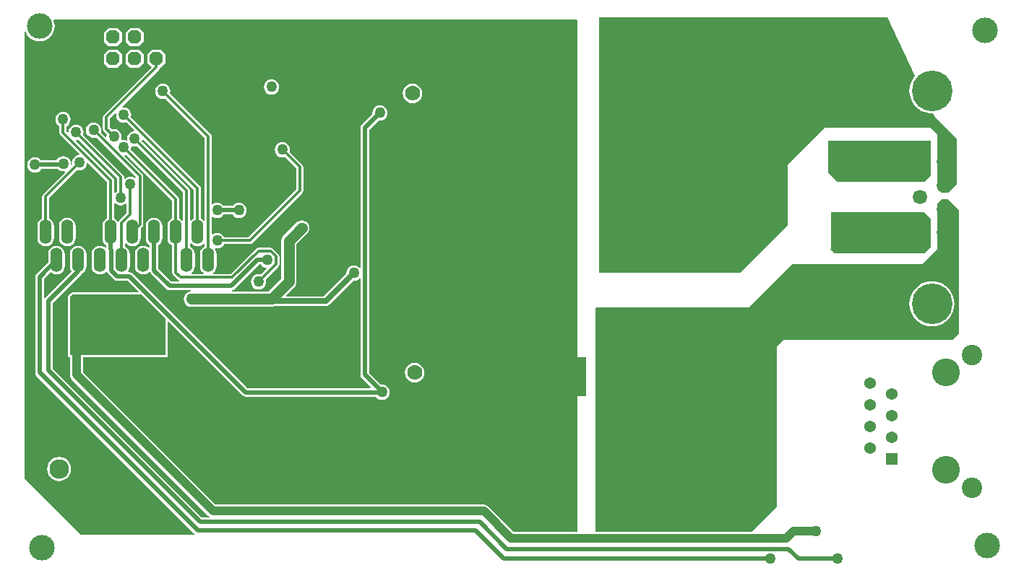
<source format=gbl>
%FSLAX44Y44*%
%MOMM*%
G71*
G01*
G75*
G04 Layer_Physical_Order=2*
G04 Layer_Color=16711680*
%ADD10R,4.8600X3.3600*%
%ADD11R,1.4000X1.3900*%
%ADD12R,1.4224X3.0226*%
%ADD13R,3.0226X1.4224*%
%ADD14R,0.7000X0.9000*%
%ADD15O,0.8000X1.4000*%
%ADD16R,0.8000X1.4000*%
%ADD17R,0.8000X0.9000*%
%ADD18R,2.6000X1.1000*%
%ADD19R,2.0000X3.5000*%
%ADD20R,2.1800X1.5200*%
%ADD21R,1.5500X3.3000*%
%ADD22R,1.5200X2.1800*%
%ADD23R,0.9000X0.7000*%
%ADD24R,0.9000X0.8000*%
%ADD25R,1.1430X0.7620*%
%ADD26R,2.2606X2.9972*%
%ADD27R,1.8800X1.1700*%
%ADD28R,1.1000X1.4000*%
%ADD29R,1.1000X1.7000*%
G04:AMPARAMS|DCode=30|XSize=0.9mm|YSize=0.7mm|CornerRadius=0mm|HoleSize=0mm|Usage=FLASHONLY|Rotation=225.000|XOffset=0mm|YOffset=0mm|HoleType=Round|Shape=Rectangle|*
%AMROTATEDRECTD30*
4,1,4,0.0707,0.5657,0.5657,0.0707,-0.0707,-0.5657,-0.5657,-0.0707,0.0707,0.5657,0.0*
%
%ADD30ROTATEDRECTD30*%

%ADD31R,1.8000X3.2000*%
%ADD32R,1.2000X1.2000*%
%ADD33R,4.0000X3.1000*%
G04:AMPARAMS|DCode=34|XSize=0.9mm|YSize=0.8mm|CornerRadius=0mm|HoleSize=0mm|Usage=FLASHONLY|Rotation=135.000|XOffset=0mm|YOffset=0mm|HoleType=Round|Shape=Rectangle|*
%AMROTATEDRECTD34*
4,1,4,0.6010,-0.0354,0.0354,-0.6010,-0.6010,0.0354,-0.0354,0.6010,0.6010,-0.0354,0.0*
%
%ADD34ROTATEDRECTD34*%

G04:AMPARAMS|DCode=35|XSize=0.9mm|YSize=0.8mm|CornerRadius=0mm|HoleSize=0mm|Usage=FLASHONLY|Rotation=45.000|XOffset=0mm|YOffset=0mm|HoleType=Round|Shape=Rectangle|*
%AMROTATEDRECTD35*
4,1,4,-0.0354,-0.6010,-0.6010,-0.0354,0.0354,0.6010,0.6010,0.0354,-0.0354,-0.6010,0.0*
%
%ADD35ROTATEDRECTD35*%

G04:AMPARAMS|DCode=36|XSize=0.9mm|YSize=0.7mm|CornerRadius=0mm|HoleSize=0mm|Usage=FLASHONLY|Rotation=315.000|XOffset=0mm|YOffset=0mm|HoleType=Round|Shape=Rectangle|*
%AMROTATEDRECTD36*
4,1,4,-0.5657,0.0707,-0.0707,0.5657,0.5657,-0.0707,0.0707,-0.5657,-0.5657,0.0707,0.0*
%
%ADD36ROTATEDRECTD36*%

%ADD37R,1.2192X1.2192*%
%ADD38R,1.4000X3.3000*%
%ADD39R,2.1000X1.8000*%
%ADD40O,1.0000X0.5500*%
%ADD41R,1.0000X0.5500*%
%ADD42O,0.5500X1.0000*%
%ADD43R,0.5500X1.0000*%
G04:AMPARAMS|DCode=44|XSize=1.55mm|YSize=1.3mm|CornerRadius=0.0975mm|HoleSize=0mm|Usage=FLASHONLY|Rotation=90.000|XOffset=0mm|YOffset=0mm|HoleType=Round|Shape=RoundedRectangle|*
%AMROUNDEDRECTD44*
21,1,1.5500,1.1050,0,0,90.0*
21,1,1.3550,1.3000,0,0,90.0*
1,1,0.1950,0.5525,0.6775*
1,1,0.1950,0.5525,-0.6775*
1,1,0.1950,-0.5525,-0.6775*
1,1,0.1950,-0.5525,0.6775*
%
%ADD44ROUNDEDRECTD44*%
G04:AMPARAMS|DCode=45|XSize=0.55mm|YSize=1.65mm|CornerRadius=0mm|HoleSize=0mm|Usage=FLASHONLY|Rotation=135.000|XOffset=0mm|YOffset=0mm|HoleType=Round|Shape=Round|*
%AMOVALD45*
21,1,1.1000,0.5500,0.0000,0.0000,225.0*
1,1,0.5500,0.3889,0.3889*
1,1,0.5500,-0.3889,-0.3889*
%
%ADD45OVALD45*%

G04:AMPARAMS|DCode=46|XSize=0.55mm|YSize=1.65mm|CornerRadius=0mm|HoleSize=0mm|Usage=FLASHONLY|Rotation=225.000|XOffset=0mm|YOffset=0mm|HoleType=Round|Shape=Round|*
%AMOVALD46*
21,1,1.1000,0.5500,0.0000,0.0000,315.0*
1,1,0.5500,-0.3889,0.3889*
1,1,0.5500,0.3889,-0.3889*
%
%ADD46OVALD46*%

%ADD47R,1.2192X1.2192*%
%ADD48R,0.7112X2.0066*%
%ADD49R,1.2192X2.2352*%
%ADD50R,3.6068X2.2098*%
%ADD51C,0.5000*%
%ADD52C,1.0000*%
%ADD53C,0.7500*%
%ADD54C,1.2700*%
%ADD55C,0.3000*%
%ADD56C,0.6350*%
%ADD57C,0.5080*%
%ADD58C,0.2540*%
%ADD59C,0.7000*%
%ADD60R,1.3716X1.3716*%
%ADD61C,1.3716*%
%ADD62C,2.4003*%
%ADD63C,3.2512*%
%ADD64C,3.0000*%
%ADD65O,1.4224X2.8448*%
%ADD66C,1.7780*%
%ADD67C,2.3000*%
%ADD68C,1.6900*%
%ADD69R,1.6900X1.6900*%
%ADD70C,4.7600*%
G04:AMPARAMS|DCode=71|XSize=1.5748mm|YSize=1.5748mm|CornerRadius=0mm|HoleSize=0mm|Usage=FLASHONLY|Rotation=0.000|XOffset=0mm|YOffset=0mm|HoleType=Round|Shape=Octagon|*
%AMOCTAGOND71*
4,1,8,0.7874,-0.3937,0.7874,0.3937,0.3937,0.7874,-0.3937,0.7874,-0.7874,0.3937,-0.7874,-0.3937,-0.3937,-0.7874,0.3937,-0.7874,0.7874,-0.3937,0.0*
%
%ADD71OCTAGOND71*%

%ADD72C,1.2700*%
%ADD73C,0.8000*%
G36*
X350350Y588278D02*
X352660Y587974D01*
X354970Y588278D01*
X355355Y588437D01*
X409542Y534251D01*
Y501432D01*
X408272Y501001D01*
X407775Y501647D01*
X405768Y503188D01*
X404998Y503507D01*
Y525780D01*
X404998Y525780D01*
X404688Y527341D01*
X404395Y527780D01*
X403804Y528664D01*
X403804Y528664D01*
X348423Y584045D01*
X348582Y584430D01*
X348886Y586740D01*
X348754Y587748D01*
X349761Y588522D01*
X350350Y588278D01*
D02*
G37*
G36*
X331883Y519935D02*
X334036Y519043D01*
X336346Y518739D01*
X338657Y519043D01*
X340810Y519935D01*
X342232Y521026D01*
X343502Y520467D01*
Y509689D01*
X334536Y500724D01*
X334198Y500217D01*
X334155Y500195D01*
X332671Y500219D01*
X331575Y501647D01*
X329567Y503188D01*
X328798Y503507D01*
Y520989D01*
X329601Y521261D01*
X330068Y521327D01*
X331883Y519935D01*
D02*
G37*
G36*
X1021793Y739140D02*
X1021793Y739140D01*
X1090248Y739140D01*
X1234440Y739140D01*
X1267132Y670784D01*
X1265417Y668776D01*
X1263254Y665247D01*
X1261670Y661422D01*
X1260704Y657397D01*
X1260379Y653270D01*
X1260704Y649143D01*
X1261670Y645118D01*
X1263254Y641293D01*
X1265417Y637763D01*
X1268106Y634616D01*
X1271254Y631927D01*
X1274783Y629764D01*
X1278608Y628180D01*
X1282633Y627214D01*
X1286760Y626889D01*
X1288076Y626992D01*
X1290320Y622300D01*
X1315720Y596900D01*
Y574040D01*
Y543560D01*
X1305560Y533400D01*
X1297940D01*
X1292860Y538480D01*
Y601980D01*
X1285240Y609600D01*
X1160780D01*
X1117600Y566420D01*
Y495300D01*
X1092200Y469900D01*
X1061720Y439420D01*
X1026160D01*
Y439420D01*
X897518Y439420D01*
X896620Y440318D01*
X896620Y739140D01*
X1021793Y739140D01*
D02*
G37*
G36*
X422242Y536791D02*
Y503507D01*
X421473Y503188D01*
X419465Y501647D01*
X418968Y501001D01*
X417698Y501432D01*
Y535940D01*
X417698Y535940D01*
X417388Y537501D01*
X417095Y537940D01*
X416504Y538824D01*
X416504Y538824D01*
X361123Y594205D01*
X361282Y594590D01*
X361441Y595795D01*
X362782Y596250D01*
X422242Y536791D01*
D02*
G37*
G36*
X1285240Y502920D02*
Y469900D01*
X1277620Y462280D01*
X1172680D01*
X1167600Y467360D01*
X1168400Y468160D01*
Y510540D01*
X1277620D01*
X1285240Y502920D01*
D02*
G37*
G36*
X1313180Y518160D02*
X1318260Y513080D01*
Y368300D01*
X1310640Y360680D01*
X1112520D01*
X1104900Y353060D01*
Y165100D01*
X1075755Y135955D01*
X892810D01*
X892810Y397882D01*
X893708Y398780D01*
X1035422Y398780D01*
X1035872Y398330D01*
X1036321Y398780D01*
X1071880Y398780D01*
X1122680Y449580D01*
X1275080D01*
X1290320Y464820D01*
X1292860Y467360D01*
Y520700D01*
X1297940Y525780D01*
X1305560D01*
X1313180Y518160D01*
D02*
G37*
G36*
X388620Y386490D02*
Y342900D01*
X276860D01*
Y411480D01*
X279400Y414020D01*
X361090D01*
X388620Y386490D01*
D02*
G37*
G36*
X419465Y473713D02*
X421473Y472172D01*
X423811Y471203D01*
X426320Y470873D01*
X428829Y471203D01*
X431167Y472172D01*
X433175Y473713D01*
X433672Y474359D01*
X434942Y473928D01*
Y470487D01*
X434173Y470168D01*
X432165Y468627D01*
X430624Y466619D01*
X429655Y464281D01*
X429325Y461772D01*
Y447548D01*
X429655Y445039D01*
X430624Y442701D01*
X432165Y440693D01*
X433474Y439688D01*
X433042Y438418D01*
X419598D01*
X419166Y439688D01*
X420475Y440693D01*
X422016Y442701D01*
X422985Y445039D01*
X423315Y447548D01*
Y461772D01*
X422985Y464281D01*
X422016Y466619D01*
X420475Y468627D01*
X418467Y470168D01*
X417698Y470487D01*
Y473928D01*
X418968Y474359D01*
X419465Y473713D01*
D02*
G37*
G36*
X396842Y524091D02*
Y503507D01*
X396073Y503188D01*
X394065Y501647D01*
X392524Y499640D01*
X391555Y497301D01*
X391225Y494792D01*
Y480568D01*
X391555Y478059D01*
X392524Y475720D01*
X394065Y473713D01*
X396073Y472172D01*
X396842Y471853D01*
Y439820D01*
X396842Y439820D01*
X397101Y438518D01*
X397152Y438259D01*
X398036Y436936D01*
X403516Y431456D01*
X403516Y431456D01*
X404839Y430572D01*
X404961Y430548D01*
X404836Y429278D01*
X395812D01*
X380618Y444472D01*
Y472364D01*
X382375Y473713D01*
X383916Y475720D01*
X384885Y478059D01*
X385215Y480568D01*
Y494792D01*
X384885Y497301D01*
X383916Y499640D01*
X382375Y501647D01*
X380368Y503188D01*
X378029Y504157D01*
X375520Y504487D01*
X373011Y504157D01*
X370672Y503188D01*
X368665Y501647D01*
X367124Y499640D01*
X366155Y497301D01*
X365825Y494792D01*
Y480568D01*
X366155Y478059D01*
X367124Y475720D01*
X368665Y473713D01*
X370422Y472364D01*
Y469655D01*
X369152Y469029D01*
X367668Y470168D01*
X365329Y471137D01*
X362820Y471467D01*
X360311Y471137D01*
X357972Y470168D01*
X355965Y468627D01*
X354424Y466619D01*
X353455Y464281D01*
X353125Y461772D01*
Y447548D01*
X353455Y445039D01*
X354424Y442701D01*
X355965Y440693D01*
X357972Y439152D01*
X360311Y438183D01*
X362820Y437853D01*
X365329Y438183D01*
X367668Y439152D01*
X369487Y440549D01*
X370306Y440462D01*
X370926Y440236D01*
X371915Y438755D01*
X390095Y420575D01*
X391749Y419470D01*
X393700Y419082D01*
X418604D01*
X418687Y417812D01*
X416790Y417562D01*
X414637Y416670D01*
X412788Y415252D01*
X411370Y413403D01*
X410478Y411250D01*
X410174Y408940D01*
X410478Y406630D01*
X411370Y404477D01*
X412788Y402628D01*
X414637Y401209D01*
X416790Y400318D01*
X419100Y400014D01*
X513080D01*
X515390Y400318D01*
X516105Y400614D01*
X576580D01*
X578794Y401054D01*
X580671Y402309D01*
X608943Y430580D01*
X609600Y430494D01*
X611910Y430798D01*
X614063Y431689D01*
X615912Y433108D01*
X615999Y433222D01*
X617202Y432814D01*
Y320040D01*
X617590Y318089D01*
X618695Y316435D01*
X629299Y305831D01*
X628813Y304658D01*
X484872D01*
X350489Y439041D01*
X348835Y440146D01*
X346884Y440534D01*
X345754D01*
X345128Y441804D01*
X345816Y442701D01*
X346785Y445039D01*
X347115Y447548D01*
Y461772D01*
X346785Y464281D01*
X345816Y466619D01*
X344275Y468627D01*
X342267Y470168D01*
X341498Y470487D01*
Y473928D01*
X342768Y474359D01*
X343265Y473713D01*
X345272Y472172D01*
X347611Y471203D01*
X350120Y470873D01*
X352629Y471203D01*
X354967Y472172D01*
X356975Y473713D01*
X358516Y475720D01*
X359485Y478059D01*
X359815Y480568D01*
Y491607D01*
X361792Y493584D01*
X361792Y493584D01*
X362676Y494907D01*
X362727Y495166D01*
X362986Y496468D01*
X362986Y496468D01*
Y552898D01*
X362986Y552898D01*
X362727Y554200D01*
X362676Y554459D01*
X361792Y555782D01*
X361792Y555782D01*
X340915Y576658D01*
X341370Y577999D01*
X342270Y578118D01*
X342655Y578277D01*
X396842Y524091D01*
D02*
G37*
G36*
X332268Y550564D02*
Y535555D01*
X331883Y535396D01*
X330068Y534003D01*
X329601Y534069D01*
X328798Y534342D01*
Y548054D01*
X328798Y548054D01*
X328539Y549356D01*
X328488Y549614D01*
X327604Y550938D01*
X327604Y550938D01*
X284193Y594349D01*
X284667Y595671D01*
X286390Y595898D01*
X286775Y596057D01*
X332268Y550564D01*
D02*
G37*
G36*
X871220Y735703D02*
X871220Y340360D01*
X881380D01*
Y294640D01*
X871220D01*
X871220Y135955D01*
X796763D01*
X767349Y165369D01*
X765782Y166571D01*
X763958Y167327D01*
X762000Y167585D01*
X447633D01*
X292045Y323173D01*
Y340351D01*
X388620D01*
X389595Y340545D01*
X390422Y341098D01*
X390975Y341925D01*
X391169Y342900D01*
Y382282D01*
X392342Y382768D01*
X479155Y295955D01*
X480809Y294850D01*
X481133Y294786D01*
X482760Y294462D01*
X635499D01*
X636308Y293408D01*
X638157Y291989D01*
X640310Y291098D01*
X642620Y290794D01*
X644930Y291098D01*
X647083Y291989D01*
X648932Y293408D01*
X650350Y295257D01*
X651242Y297410D01*
X651546Y299720D01*
X651242Y302030D01*
X650350Y304183D01*
X648932Y306032D01*
X647083Y307451D01*
X644930Y308342D01*
X642620Y308646D01*
X641103Y308447D01*
X627398Y322152D01*
Y607488D01*
X638563Y618653D01*
X640080Y618454D01*
X642390Y618758D01*
X644543Y619650D01*
X646392Y621068D01*
X647811Y622917D01*
X648702Y625070D01*
X649006Y627380D01*
X648702Y629690D01*
X647811Y631843D01*
X646392Y633692D01*
X644543Y635111D01*
X642390Y636002D01*
X640080Y636306D01*
X637770Y636002D01*
X635617Y635111D01*
X633768Y633692D01*
X632350Y631843D01*
X631458Y629690D01*
X631154Y627380D01*
X631353Y625863D01*
X618695Y613205D01*
X617590Y611551D01*
X617202Y609600D01*
Y446026D01*
X615999Y445618D01*
X615912Y445732D01*
X614063Y447150D01*
X611910Y448042D01*
X609600Y448346D01*
X607290Y448042D01*
X605137Y447150D01*
X603288Y445732D01*
X601870Y443883D01*
X600978Y441730D01*
X600674Y439420D01*
X600760Y438763D01*
X574183Y412186D01*
X530609D01*
X530123Y413359D01*
X539712Y422948D01*
X541130Y424797D01*
X542022Y426950D01*
X542326Y429260D01*
Y473534D01*
X554952Y486159D01*
X556371Y488008D01*
X557262Y490161D01*
X557566Y492471D01*
X557262Y494781D01*
X556371Y496934D01*
X554952Y498783D01*
X553103Y500201D01*
X550950Y501093D01*
X548640Y501397D01*
X546330Y501093D01*
X544177Y500201D01*
X542328Y498783D01*
X539835Y496290D01*
X539515Y496076D01*
X539300Y495755D01*
X527088Y483543D01*
X525670Y481694D01*
X524778Y479541D01*
X524474Y477231D01*
Y432957D01*
X509383Y417866D01*
X466489D01*
X466364Y419136D01*
X468041Y419470D01*
X469695Y420575D01*
X498682Y449562D01*
X500757D01*
X501688Y448348D01*
X503537Y446930D01*
X505690Y446038D01*
X506895Y445879D01*
X507351Y444538D01*
X500535Y437723D01*
X500150Y437882D01*
X497840Y438186D01*
X495530Y437882D01*
X493377Y436991D01*
X491528Y435572D01*
X490109Y433723D01*
X489218Y431570D01*
X488914Y429260D01*
X489218Y426950D01*
X490109Y424797D01*
X491528Y422948D01*
X493377Y421530D01*
X495530Y420638D01*
X497840Y420334D01*
X500150Y420638D01*
X502303Y421530D01*
X504152Y422948D01*
X505570Y424797D01*
X506462Y426950D01*
X506766Y429260D01*
X506462Y431570D01*
X506303Y431955D01*
X521234Y446886D01*
X521234Y446886D01*
X522118Y448209D01*
X522428Y449770D01*
Y458947D01*
X522428Y458947D01*
X522118Y460508D01*
X521825Y460947D01*
X521234Y461831D01*
X521234Y461831D01*
X515171Y467894D01*
X513848Y468778D01*
X513589Y468829D01*
X512287Y469088D01*
X512287Y469088D01*
X497728D01*
X497728Y469088D01*
X496167Y468778D01*
X495728Y468485D01*
X494844Y467894D01*
X494844Y467894D01*
X465369Y438418D01*
X444998D01*
X444566Y439688D01*
X445875Y440693D01*
X447416Y442701D01*
X448385Y445039D01*
X448715Y447548D01*
Y461772D01*
X448385Y464281D01*
X447416Y466619D01*
X446468Y467855D01*
X447268Y468898D01*
X447270Y468898D01*
X449580Y468594D01*
X451890Y468898D01*
X454043Y469790D01*
X455892Y471208D01*
X457310Y473057D01*
X457470Y473442D01*
X487680D01*
X487680Y473442D01*
X488982Y473701D01*
X489241Y473752D01*
X490564Y474636D01*
X548984Y533056D01*
X548984Y533056D01*
X549868Y534379D01*
X550178Y535940D01*
Y563880D01*
X550178Y563880D01*
X549919Y565182D01*
X549868Y565441D01*
X548984Y566764D01*
X548984Y566764D01*
X534243Y581505D01*
X534402Y581890D01*
X534706Y584200D01*
X534402Y586510D01*
X533511Y588663D01*
X532092Y590512D01*
X530243Y591931D01*
X528090Y592822D01*
X525780Y593126D01*
X523470Y592822D01*
X521317Y591931D01*
X519468Y590512D01*
X518050Y588663D01*
X517158Y586510D01*
X516854Y584200D01*
X517158Y581890D01*
X518050Y579737D01*
X519468Y577888D01*
X521317Y576469D01*
X523470Y575578D01*
X525780Y575274D01*
X528090Y575578D01*
X528475Y575737D01*
X542022Y562191D01*
Y537629D01*
X485991Y481598D01*
X457470D01*
X457310Y481983D01*
X455892Y483832D01*
X454043Y485251D01*
X451890Y486142D01*
X449580Y486446D01*
X447270Y486142D01*
X445117Y485251D01*
X444368Y484676D01*
X443098Y485303D01*
Y505302D01*
X444237Y505863D01*
X444907Y505350D01*
X447060Y504458D01*
X449370Y504154D01*
X451680Y504458D01*
X453833Y505350D01*
X455682Y506768D01*
X456613Y507982D01*
X467737D01*
X468668Y506768D01*
X470517Y505350D01*
X472670Y504458D01*
X474980Y504154D01*
X477290Y504458D01*
X479443Y505350D01*
X481292Y506768D01*
X482710Y508617D01*
X483602Y510770D01*
X483906Y513080D01*
X483602Y515390D01*
X482710Y517543D01*
X481292Y519392D01*
X479443Y520811D01*
X477290Y521702D01*
X474980Y522006D01*
X472670Y521702D01*
X470517Y520811D01*
X468668Y519392D01*
X467737Y518178D01*
X456613D01*
X455682Y519392D01*
X453833Y520811D01*
X451680Y521702D01*
X449370Y522006D01*
X447060Y521702D01*
X444907Y520811D01*
X444237Y520297D01*
X443098Y520858D01*
Y599440D01*
X442788Y601001D01*
X441904Y602324D01*
X441904Y602324D01*
X394143Y650085D01*
X394302Y650470D01*
X394606Y652780D01*
X394302Y655090D01*
X393410Y657243D01*
X391992Y659092D01*
X390143Y660510D01*
X387990Y661402D01*
X385680Y661706D01*
X383370Y661402D01*
X381217Y660510D01*
X379368Y659092D01*
X377949Y657243D01*
X377058Y655090D01*
X376754Y652780D01*
X377058Y650470D01*
X377949Y648317D01*
X379368Y646468D01*
X381217Y645050D01*
X383370Y644158D01*
X385680Y643854D01*
X387990Y644158D01*
X388375Y644317D01*
X434942Y597751D01*
Y501432D01*
X433672Y501001D01*
X433175Y501647D01*
X431167Y503188D01*
X430398Y503507D01*
Y538480D01*
X430088Y540041D01*
X429204Y541364D01*
X348423Y622145D01*
X348582Y622530D01*
X348886Y624840D01*
X348582Y627150D01*
X347691Y629303D01*
X346272Y631152D01*
X344423Y632570D01*
X342270Y633462D01*
X339960Y633766D01*
X338475Y633571D01*
X337881Y634774D01*
X380944Y677836D01*
X380944Y677836D01*
X381828Y679159D01*
X382096Y680506D01*
X383247D01*
X388434Y685693D01*
Y696067D01*
X383247Y701254D01*
X372873D01*
X367686Y696067D01*
Y685693D01*
X372476Y680903D01*
X316756Y625184D01*
X315872Y623861D01*
X315821Y623602D01*
X315562Y622300D01*
X315562Y622300D01*
Y608330D01*
X315562Y608330D01*
X315821Y607028D01*
X315872Y606769D01*
X316756Y605446D01*
X320067Y602135D01*
X319908Y601750D01*
X319642Y599728D01*
X318482Y599091D01*
X313141Y604432D01*
X313301Y604817D01*
X313605Y607127D01*
X313301Y609438D01*
X312409Y611590D01*
X310991Y613439D01*
X309142Y614858D01*
X306989Y615750D01*
X304679Y616054D01*
X302368Y615750D01*
X300215Y614858D01*
X298367Y613439D01*
X296948Y611590D01*
X296056Y609438D01*
X295752Y607127D01*
X296056Y604817D01*
X296948Y602664D01*
X298367Y600815D01*
X300215Y599397D01*
X302368Y598505D01*
X304679Y598201D01*
X306989Y598505D01*
X307374Y598665D01*
X354290Y551749D01*
X354187Y551246D01*
X352784Y550722D01*
X352043Y551291D01*
X349890Y552182D01*
X347580Y552486D01*
X345270Y552182D01*
X343117Y551291D01*
X341695Y550199D01*
X340425Y550758D01*
Y552254D01*
X340114Y553814D01*
X339230Y555137D01*
X339230Y555138D01*
X292543Y601825D01*
X292702Y602210D01*
X293006Y604520D01*
X292702Y606830D01*
X291810Y608983D01*
X290392Y610832D01*
X288543Y612251D01*
X286390Y613142D01*
X284080Y613446D01*
X281770Y613142D01*
X279617Y612251D01*
X277768Y610832D01*
X276350Y608983D01*
X275458Y606830D01*
X275231Y605107D01*
X273909Y604633D01*
X272918Y605623D01*
Y611870D01*
X273303Y612029D01*
X275152Y613448D01*
X276570Y615297D01*
X277462Y617450D01*
X277766Y619760D01*
X277462Y622070D01*
X276570Y624223D01*
X275152Y626072D01*
X273303Y627491D01*
X271150Y628382D01*
X268840Y628686D01*
X266530Y628382D01*
X264377Y627491D01*
X262528Y626072D01*
X261110Y624223D01*
X260218Y622070D01*
X259914Y619760D01*
X260218Y617450D01*
X261110Y615297D01*
X262528Y613448D01*
X264377Y612029D01*
X264762Y611870D01*
Y603934D01*
X264762Y603934D01*
X265021Y602632D01*
X265072Y602373D01*
X265956Y601050D01*
X287839Y579167D01*
X287384Y577826D01*
X285783Y577616D01*
X283630Y576724D01*
X281782Y575305D01*
X280363Y573456D01*
X279471Y571304D01*
X279167Y568993D01*
X279455Y566805D01*
X279172Y566459D01*
X279062Y566377D01*
X277873Y567073D01*
X277956Y567710D01*
X277652Y570020D01*
X276760Y572173D01*
X275342Y574021D01*
X273493Y575440D01*
X271340Y576332D01*
X269030Y576636D01*
X266720Y576332D01*
X264567Y575440D01*
X262718Y574021D01*
X261299Y572173D01*
X261028Y571518D01*
X243063D01*
X242132Y572732D01*
X240283Y574151D01*
X238130Y575042D01*
X235820Y575346D01*
X233510Y575042D01*
X231357Y574151D01*
X229508Y572732D01*
X228090Y570883D01*
X227198Y568730D01*
X226894Y566420D01*
X227198Y564110D01*
X228090Y561957D01*
X229508Y560108D01*
X231357Y558689D01*
X233510Y557798D01*
X235820Y557494D01*
X238130Y557798D01*
X240283Y558689D01*
X242132Y560108D01*
X243063Y561322D01*
X262817D01*
X264567Y559979D01*
X266720Y559087D01*
X269030Y558783D01*
X270515Y558979D01*
X271109Y557776D01*
X245636Y532304D01*
X244752Y530980D01*
X244701Y530721D01*
X244442Y529420D01*
X244442Y529420D01*
Y503507D01*
X243673Y503188D01*
X241665Y501647D01*
X240124Y499640D01*
X239155Y497301D01*
X238825Y494792D01*
Y480568D01*
X239155Y478059D01*
X240124Y475720D01*
X241665Y473713D01*
X243673Y472172D01*
X246011Y471203D01*
X248520Y470873D01*
X251029Y471203D01*
X253368Y472172D01*
X255375Y473713D01*
X256916Y475720D01*
X257885Y478059D01*
X258215Y480568D01*
Y494792D01*
X257885Y497301D01*
X256916Y499640D01*
X255375Y501647D01*
X253368Y503188D01*
X252598Y503507D01*
Y527730D01*
X285399Y560531D01*
X285783Y560371D01*
X288094Y560067D01*
X290404Y560371D01*
X292557Y561263D01*
X294405Y562681D01*
X295824Y564530D01*
X296716Y566683D01*
X296927Y568284D01*
X298267Y568739D01*
X320642Y546364D01*
Y503507D01*
X319872Y503188D01*
X317865Y501647D01*
X316324Y499640D01*
X315355Y497301D01*
X315025Y494792D01*
Y480568D01*
X315355Y478059D01*
X316324Y475720D01*
X317865Y473713D01*
X319622Y472364D01*
Y469655D01*
X318352Y469029D01*
X316868Y470168D01*
X314529Y471137D01*
X312020Y471467D01*
X309511Y471137D01*
X307173Y470168D01*
X305165Y468627D01*
X303624Y466619D01*
X302655Y464281D01*
X302325Y461772D01*
Y447548D01*
X302655Y445039D01*
X303624Y442701D01*
X305165Y440693D01*
X307173Y439152D01*
X309511Y438183D01*
X312020Y437853D01*
X314529Y438183D01*
X316868Y439152D01*
X318875Y440693D01*
X319289Y441232D01*
X320526Y440943D01*
X320598Y440580D01*
X321703Y438926D01*
X328798Y431831D01*
X330452Y430726D01*
X332403Y430338D01*
X344772D01*
X357368Y417742D01*
X356882Y416569D01*
X279400D01*
X278425Y416375D01*
X278150Y416192D01*
X277598Y415822D01*
X275058Y413282D01*
X274505Y412455D01*
X274311Y411480D01*
Y342900D01*
X274505Y341925D01*
X275058Y341098D01*
X275885Y340545D01*
X276860Y340351D01*
X276915D01*
Y320040D01*
X277173Y318082D01*
X277929Y316258D01*
X279131Y314691D01*
X439151Y154671D01*
X439151Y154671D01*
X440432Y153688D01*
X440106Y152418D01*
X431372D01*
X256558Y327232D01*
Y404288D01*
X290225Y437955D01*
X290855Y438898D01*
X291467Y439152D01*
X293475Y440693D01*
X295016Y442701D01*
X295985Y445039D01*
X296315Y447548D01*
Y461772D01*
X295985Y464281D01*
X295016Y466619D01*
X293475Y468627D01*
X291467Y470168D01*
X289129Y471137D01*
X286620Y471467D01*
X284111Y471137D01*
X281772Y470168D01*
X279765Y468627D01*
X278224Y466619D01*
X277255Y464281D01*
X276925Y461772D01*
Y447548D01*
X277255Y445039D01*
X278224Y442701D01*
X279234Y441384D01*
X247855Y410005D01*
X247668Y409725D01*
X246398Y410110D01*
Y432628D01*
X254420Y440650D01*
X256373Y439152D01*
X258711Y438183D01*
X261220Y437853D01*
X263729Y438183D01*
X266068Y439152D01*
X268075Y440693D01*
X269616Y442701D01*
X270585Y445039D01*
X270915Y447548D01*
Y461772D01*
X270585Y464281D01*
X269616Y466619D01*
X268075Y468627D01*
X266068Y470168D01*
X263729Y471137D01*
X261220Y471467D01*
X258711Y471137D01*
X256373Y470168D01*
X254365Y468627D01*
X252824Y466619D01*
X251855Y464281D01*
X251525Y461772D01*
Y452175D01*
X237695Y438345D01*
X236590Y436691D01*
X236202Y434740D01*
Y322580D01*
X236590Y320629D01*
X237695Y318975D01*
X423115Y133555D01*
X423422Y133350D01*
X423037Y132080D01*
X289560D01*
X223520Y198120D01*
X223520Y722933D01*
X224790Y723121D01*
X225054Y722251D01*
X226679Y719211D01*
X228866Y716546D01*
X231530Y714359D01*
X234571Y712734D01*
X237869Y711733D01*
X241300Y711395D01*
X244731Y711733D01*
X248029Y712734D01*
X251070Y714359D01*
X253734Y716546D01*
X255921Y719211D01*
X257546Y722251D01*
X258547Y725549D01*
X258885Y728980D01*
X258547Y732411D01*
X257661Y735330D01*
X258333Y736600D01*
X870322Y736601D01*
X871220Y735703D01*
D02*
G37*
G36*
X331229Y626325D02*
X331034Y624840D01*
X331338Y622530D01*
X332229Y620377D01*
X333648Y618528D01*
X335497Y617109D01*
X337650Y616218D01*
X339960Y615914D01*
X342270Y616218D01*
X342655Y616377D01*
X352010Y607022D01*
X351555Y605681D01*
X350350Y605522D01*
X348197Y604631D01*
X346348Y603212D01*
X344930Y601363D01*
X344038Y599210D01*
X343734Y596900D01*
X343866Y595892D01*
X342859Y595118D01*
X342270Y595362D01*
X339960Y595666D01*
X337803Y595382D01*
X337368Y595731D01*
X336853Y596407D01*
X337152Y597130D01*
X337456Y599440D01*
X337152Y601750D01*
X336260Y603903D01*
X334842Y605752D01*
X332993Y607170D01*
X330840Y608062D01*
X328530Y608366D01*
X326220Y608062D01*
X325835Y607903D01*
X323718Y610019D01*
Y620611D01*
X330026Y626919D01*
X331229Y626325D01*
D02*
G37*
G36*
X1285240Y553720D02*
X1277620Y546100D01*
X1176020D01*
X1173480Y548640D01*
X1165060Y557060D01*
Y594360D01*
X1285240D01*
Y553720D01*
D02*
G37*
%LPC*%
G36*
X1286760Y429751D02*
X1282633Y429426D01*
X1278608Y428460D01*
X1274783Y426876D01*
X1271254Y424713D01*
X1268106Y422024D01*
X1265417Y418877D01*
X1263254Y415347D01*
X1261670Y411522D01*
X1260704Y407497D01*
X1260379Y403370D01*
X1260704Y399243D01*
X1261670Y395218D01*
X1263254Y391393D01*
X1265417Y387864D01*
X1268106Y384716D01*
X1271254Y382027D01*
X1274783Y379864D01*
X1278608Y378280D01*
X1282633Y377313D01*
X1286760Y376989D01*
X1290887Y377313D01*
X1294912Y378280D01*
X1298737Y379864D01*
X1302267Y382027D01*
X1305414Y384716D01*
X1308103Y387864D01*
X1310266Y391393D01*
X1311850Y395218D01*
X1312817Y399243D01*
X1313141Y403370D01*
X1312817Y407497D01*
X1311850Y411522D01*
X1310266Y415347D01*
X1308103Y418877D01*
X1305414Y422024D01*
X1302267Y424713D01*
X1298737Y426876D01*
X1294912Y428460D01*
X1290887Y429426D01*
X1286760Y429751D01*
D02*
G37*
G36*
X357847Y726654D02*
X347473D01*
X342286Y721467D01*
Y711093D01*
X347473Y705906D01*
X357847D01*
X363034Y711093D01*
Y721467D01*
X357847Y726654D01*
D02*
G37*
G36*
X264160Y223671D02*
X260505Y223190D01*
X257100Y221779D01*
X254175Y219535D01*
X251931Y216610D01*
X250520Y213205D01*
X250039Y209550D01*
X250520Y205895D01*
X251931Y202490D01*
X254175Y199565D01*
X257100Y197321D01*
X260505Y195910D01*
X264160Y195429D01*
X267815Y195910D01*
X271220Y197321D01*
X274145Y199565D01*
X276389Y202490D01*
X277800Y205895D01*
X278281Y209550D01*
X277800Y213205D01*
X276389Y216610D01*
X274145Y219535D01*
X271220Y221779D01*
X267815Y223190D01*
X264160Y223671D01*
D02*
G37*
G36*
X680720Y334068D02*
X677747Y333677D01*
X674976Y332529D01*
X672597Y330703D01*
X670771Y328324D01*
X669623Y325553D01*
X669232Y322580D01*
X669623Y319607D01*
X670771Y316836D01*
X672597Y314457D01*
X674976Y312631D01*
X677747Y311483D01*
X680720Y311092D01*
X683693Y311483D01*
X686464Y312631D01*
X688843Y314457D01*
X690669Y316836D01*
X691817Y319607D01*
X692208Y322580D01*
X691817Y325553D01*
X690669Y328324D01*
X688843Y330703D01*
X686464Y332529D01*
X683693Y333677D01*
X680720Y334068D01*
D02*
G37*
G36*
X332447Y726654D02*
X322073D01*
X316886Y721467D01*
Y711093D01*
X322073Y705906D01*
X332447D01*
X337634Y711093D01*
Y721467D01*
X332447Y726654D01*
D02*
G37*
G36*
X513080Y666786D02*
X510770Y666482D01*
X508617Y665591D01*
X506768Y664172D01*
X505350Y662323D01*
X504458Y660170D01*
X504154Y657860D01*
X504458Y655550D01*
X505350Y653397D01*
X506768Y651548D01*
X508617Y650129D01*
X510770Y649238D01*
X513080Y648934D01*
X515390Y649238D01*
X517543Y650129D01*
X519392Y651548D01*
X520811Y653397D01*
X521702Y655550D01*
X522006Y657860D01*
X521702Y660170D01*
X520811Y662323D01*
X519392Y664172D01*
X517543Y665591D01*
X515390Y666482D01*
X513080Y666786D01*
D02*
G37*
G36*
X678180Y661728D02*
X675207Y661337D01*
X672436Y660189D01*
X670057Y658363D01*
X668231Y655984D01*
X667083Y653213D01*
X666692Y650240D01*
X667083Y647267D01*
X668231Y644496D01*
X670057Y642117D01*
X672436Y640291D01*
X675207Y639143D01*
X678180Y638752D01*
X681153Y639143D01*
X683924Y640291D01*
X686303Y642117D01*
X688129Y644496D01*
X689277Y647267D01*
X689668Y650240D01*
X689277Y653213D01*
X688129Y655984D01*
X686303Y658363D01*
X683924Y660189D01*
X681153Y661337D01*
X678180Y661728D01*
D02*
G37*
G36*
X273920Y504487D02*
X271411Y504157D01*
X269072Y503188D01*
X267065Y501647D01*
X265524Y499640D01*
X264555Y497301D01*
X264225Y494792D01*
Y480568D01*
X264555Y478059D01*
X265524Y475720D01*
X267065Y473713D01*
X269072Y472172D01*
X271411Y471203D01*
X273920Y470873D01*
X276429Y471203D01*
X278768Y472172D01*
X280775Y473713D01*
X282316Y475720D01*
X283285Y478059D01*
X283615Y480568D01*
Y494792D01*
X283285Y497301D01*
X282316Y499640D01*
X280775Y501647D01*
X278768Y503188D01*
X276429Y504157D01*
X273920Y504487D01*
D02*
G37*
G36*
X357847Y701254D02*
X347473D01*
X342286Y696067D01*
Y685693D01*
X347473Y680506D01*
X357847D01*
X363034Y685693D01*
Y696067D01*
X357847Y701254D01*
D02*
G37*
G36*
X332447D02*
X322073D01*
X316886Y696067D01*
Y685693D01*
X322073Y680506D01*
X332447D01*
X337634Y685693D01*
Y696067D01*
X332447Y701254D01*
D02*
G37*
%LPD*%
D18*
X1242060Y443700D02*
D03*
Y470700D02*
D03*
X1211580Y443700D02*
D03*
Y470700D02*
D03*
X1181100Y443700D02*
D03*
Y470700D02*
D03*
X1178560Y588480D02*
D03*
Y615480D02*
D03*
X1209040Y588480D02*
D03*
Y615480D02*
D03*
X1239520Y588480D02*
D03*
Y615480D02*
D03*
D51*
X251460Y406400D02*
X286620Y441560D01*
X251460Y325120D02*
Y406400D01*
Y325120D02*
X429260Y147320D01*
X756920D01*
X788750Y115490D01*
X751840Y137160D02*
X784860Y104140D01*
X426720Y137160D02*
X751840D01*
X241300Y322580D02*
X426720Y137160D01*
X1118950Y115490D02*
X1130300Y104140D01*
X788750Y115490D02*
X1118950D01*
X1130300Y104140D02*
X1176020D01*
X784860D02*
X1097280D01*
X286620Y441560D02*
Y454660D01*
X241300Y434740D02*
X261220Y454660D01*
X241300Y322580D02*
Y434740D01*
X543119Y492471D02*
X548640D01*
X449370Y513080D02*
X474980D01*
X496571Y454660D02*
X508000D01*
X622300Y320040D02*
X642620Y299720D01*
X622300Y609600D02*
X640080Y627380D01*
X622300Y320040D02*
Y609600D01*
X267740Y566420D02*
X269030Y567710D01*
X235820Y566420D02*
X267740D01*
X375520Y442360D02*
Y487680D01*
Y442360D02*
X393700Y424180D01*
X324720Y467377D02*
X325308Y466789D01*
X324720Y467377D02*
Y487680D01*
X325308Y442531D02*
X332403Y435436D01*
X325308Y442531D02*
Y466789D01*
X332403Y435436D02*
X346884D01*
X482760Y299560D01*
X642780D01*
X393700Y424180D02*
X466091D01*
X496571Y454660D01*
D52*
X762000Y160020D02*
X793630Y128390D01*
X444500Y160020D02*
X762000D01*
X284480Y320040D02*
X444500Y160020D01*
X793630Y128390D02*
X1116450D01*
X1124330Y136270D02*
X1150620D01*
X1116450Y128390D02*
X1124330Y136270D01*
X284480Y320040D02*
Y370840D01*
D54*
X533400Y477231D02*
X548640Y492471D01*
X533400Y429260D02*
Y477231D01*
X419100Y408940D02*
X513080D01*
X533400Y429260D01*
D55*
X497840D02*
X518350Y449770D01*
Y458947D01*
X512287Y465010D02*
X518350Y458947D01*
X497728Y465010D02*
X512287D01*
X467058Y434340D02*
X497728Y465010D01*
X406400Y434340D02*
X467058D01*
X400920Y439820D02*
X406400Y434340D01*
X400920Y439820D02*
Y487680D01*
X546100Y535940D02*
Y563880D01*
X487680Y477520D02*
X546100Y535940D01*
X449580Y477520D02*
X487680D01*
X525780Y584200D02*
X546100Y563880D01*
X248520Y487680D02*
Y529420D01*
X288094Y568993D01*
X268840Y603934D02*
X324720Y548054D01*
X268840Y603934D02*
Y619760D01*
X284080Y604520D02*
X336346Y552254D01*
Y527665D02*
Y552254D01*
X339960Y586740D02*
X400920Y525780D01*
Y487680D02*
Y525780D01*
X378060Y680720D02*
Y690880D01*
X319640Y608330D02*
X328530Y599440D01*
X319640Y608330D02*
Y622300D01*
X378060Y680720D01*
X339960Y624840D02*
X426320Y538480D01*
Y487680D02*
Y538480D01*
X350120Y487680D02*
X358908Y496468D01*
Y552898D01*
X304679Y607127D02*
X358908Y552898D01*
X347580Y508000D02*
Y543560D01*
X385680Y652780D02*
X439020Y599440D01*
Y454660D02*
Y599440D01*
X413620Y454660D02*
Y535940D01*
X352660Y596900D02*
X413620Y535940D01*
X337420Y497840D02*
X347580Y508000D01*
X324720Y487680D02*
Y548054D01*
X337420Y454660D02*
Y497840D01*
D56*
X505460Y406400D02*
X576580D01*
X609600Y439420D01*
D60*
X1239520Y220980D02*
D03*
D61*
X1214120Y233680D02*
D03*
X1239520Y246380D02*
D03*
X1214120Y259080D02*
D03*
X1239520Y271780D02*
D03*
X1214120Y284480D02*
D03*
X1239520Y297180D02*
D03*
X1214120Y309880D02*
D03*
D62*
X1333520Y187480D02*
D03*
Y343408D02*
D03*
D63*
X1303020Y208280D02*
D03*
Y322580D02*
D03*
D64*
X1351280Y119380D02*
D03*
X1348740Y723900D02*
D03*
X243840Y116840D02*
D03*
X241300Y728980D02*
D03*
D65*
X261220Y454660D02*
D03*
X286620D02*
D03*
X312020D02*
D03*
X337420D02*
D03*
X362820D02*
D03*
X388220D02*
D03*
X413620D02*
D03*
X439020D02*
D03*
X426320Y487680D02*
D03*
X400920D02*
D03*
X375520D02*
D03*
X350120D02*
D03*
X324720D02*
D03*
X299320D02*
D03*
X273920D02*
D03*
X248520D02*
D03*
D66*
X680720Y322580D02*
D03*
X706120D02*
D03*
X678180Y650240D02*
D03*
X703580D02*
D03*
D67*
X264160Y247650D02*
D03*
Y209550D02*
D03*
D68*
X1272560Y472920D02*
D03*
X1300960Y486770D02*
D03*
X1272560Y500620D02*
D03*
X1300960Y514470D02*
D03*
X1272560Y528320D02*
D03*
X1300960Y542170D02*
D03*
X1272560Y556020D02*
D03*
X1300960Y569870D02*
D03*
D69*
X1272560Y583720D02*
D03*
D70*
X1286760Y653270D02*
D03*
Y403370D02*
D03*
D71*
X327260Y690880D02*
D03*
Y716280D02*
D03*
X352660Y690880D02*
D03*
Y716280D02*
D03*
X378060Y690880D02*
D03*
Y716280D02*
D03*
D72*
X1150620Y136270D02*
D03*
X863600Y142240D02*
D03*
X650240Y200660D02*
D03*
X695960D02*
D03*
X1176020Y104140D02*
D03*
X1097280D02*
D03*
X1018540Y474980D02*
D03*
Y459740D02*
D03*
X1026160Y360680D02*
D03*
Y375920D02*
D03*
Y391160D02*
D03*
X558800Y243840D02*
D03*
X543560D02*
D03*
X525780D02*
D03*
X459740Y342900D02*
D03*
X449580Y495300D02*
D03*
X497840Y429260D02*
D03*
X609600Y439420D02*
D03*
X388620Y508000D02*
D03*
X548640Y492471D02*
D03*
X515620Y485140D02*
D03*
X474980Y513080D02*
D03*
X419100Y408940D02*
D03*
X525780Y584200D02*
D03*
X449580Y477520D02*
D03*
X513080Y657860D02*
D03*
X508000Y454660D02*
D03*
X642620Y299720D02*
D03*
X640080Y627380D02*
D03*
X642620Y279400D02*
D03*
X640080Y607060D02*
D03*
X680720Y187960D02*
D03*
X665480D02*
D03*
X655320Y248920D02*
D03*
Y576580D02*
D03*
X1018540Y490220D02*
D03*
X1003300Y459740D02*
D03*
Y474980D02*
D03*
Y490220D02*
D03*
X328530Y599440D02*
D03*
X288094Y568993D02*
D03*
X268840Y619760D02*
D03*
X304679Y607127D02*
D03*
X284080Y604520D02*
D03*
X336346Y527665D02*
D03*
X339960Y586740D02*
D03*
Y624840D02*
D03*
X347580Y543560D02*
D03*
X385680Y652780D02*
D03*
X352660Y596900D02*
D03*
X269030Y567710D02*
D03*
X449370Y513080D02*
D03*
X240900Y683260D02*
D03*
X279000Y660400D02*
D03*
X451720Y535940D02*
D03*
X240900Y668020D02*
D03*
Y652780D02*
D03*
X235820Y566420D02*
D03*
X375920Y424180D02*
D03*
X320040Y370840D02*
D03*
X340360D02*
D03*
X358140D02*
D03*
X375920D02*
D03*
X302260D02*
D03*
X284480D02*
D03*
X873760Y332740D02*
D03*
Y317500D02*
D03*
Y302260D02*
D03*
X929640Y345440D02*
D03*
X944880Y340360D02*
D03*
Y322580D02*
D03*
Y307340D02*
D03*
D73*
X916940Y464820D02*
D03*
Y452120D02*
D03*
X911860Y474980D02*
D03*
X901700D02*
D03*
X850900Y452120D02*
D03*
Y464820D02*
D03*
X855980Y474980D02*
D03*
X866140D02*
D03*
M02*

</source>
